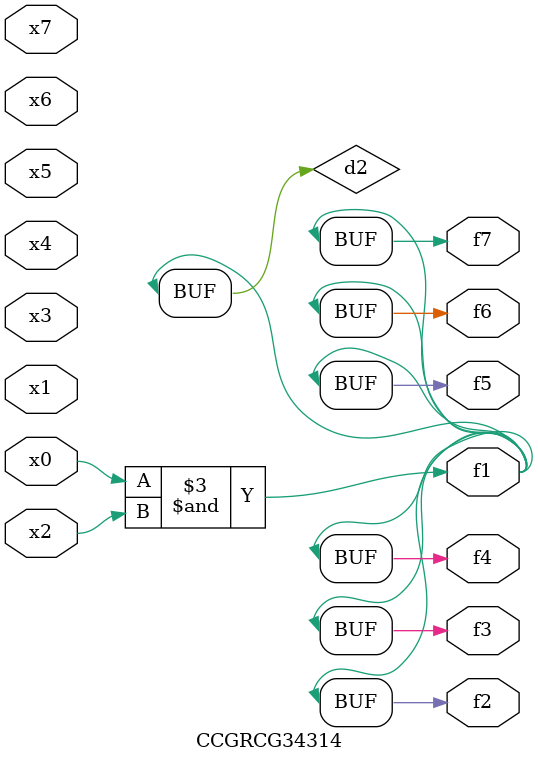
<source format=v>
module CCGRCG34314(
	input x0, x1, x2, x3, x4, x5, x6, x7,
	output f1, f2, f3, f4, f5, f6, f7
);

	wire d1, d2;

	nor (d1, x3, x6);
	and (d2, x0, x2);
	assign f1 = d2;
	assign f2 = d2;
	assign f3 = d2;
	assign f4 = d2;
	assign f5 = d2;
	assign f6 = d2;
	assign f7 = d2;
endmodule

</source>
